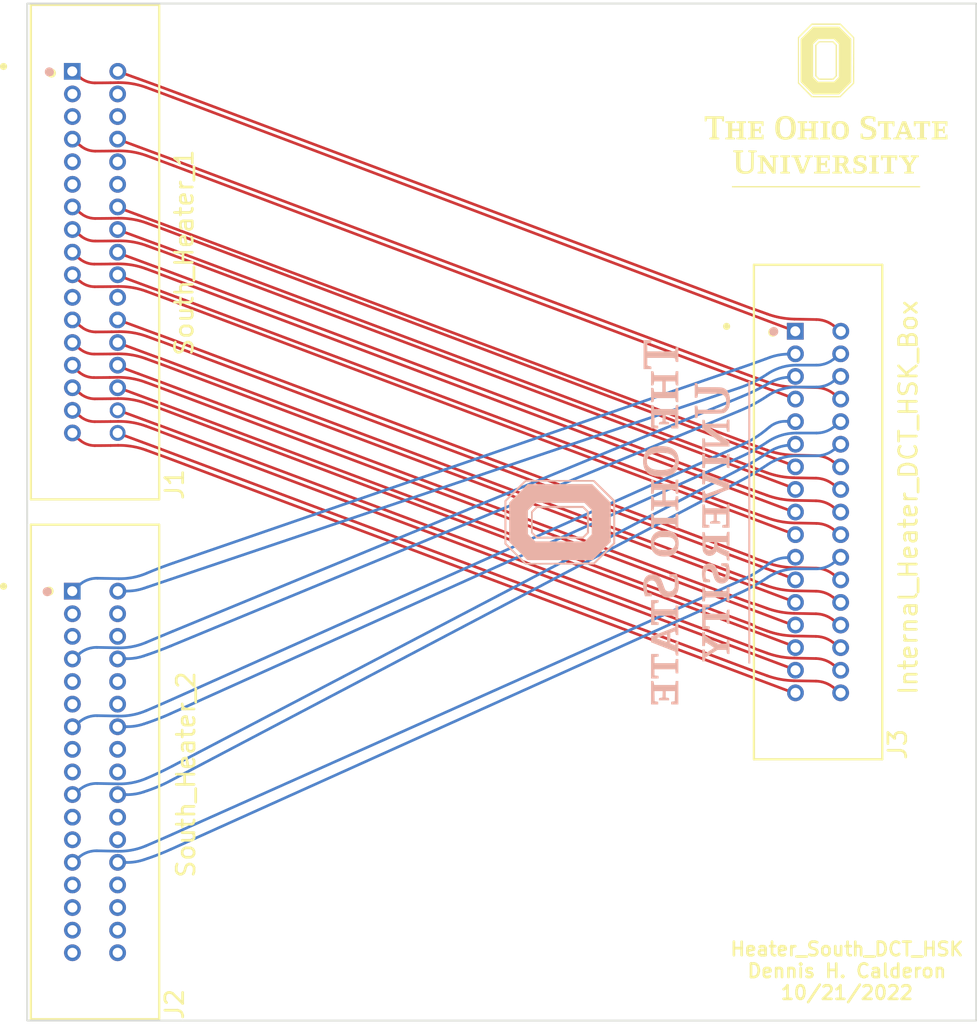
<source format=kicad_pcb>
(kicad_pcb (version 20211014) (generator pcbnew)
  (title_block (company "The Ohio State University"))
  (layers (0 "F.Cu" signal) (31 "B.Cu" signal) (34 "B.Paste" user) (35 "F.Paste" user) (36 "B.SilkS" user "B.Silkscreen") (37 "F.SilkS" user "F.Silkscreen") (38 "B.Mask" user) (39 "F.Mask" user) (44 "Edge.Cuts" user))
  (net 0 "")
  (net 1 "/HB_1")
  (net 2 "/HB_2")
  (net 7 "/HB_7")
  (net 8 "/HB_8")
  (net 13 "/HB_13")
  (net 14 "/HB_14")
  (net 15 "/HB_16")
  (net 16 "/HB_17")
  (net 17 "/HB_18")
  (net 18 "/HB_19")
  (net 19 "/HB_20")
  (net 22 "/HB_23")
  (net 23 "/HB_24")
  (net 24 "/HB_25")
  (net 25 "/HB_26")
  (net 26 "/HB_27")
  (net 27 "/HB_28")
  (net 28 "/HB_29")
  (net 29 "/HB_30")
  (net 30 "/HB_31")
  (net 31 "/HB_32")
  (net 32 "/HB_33")
  (net 33 "/HB_34")
  (net 34 "/HB_3")
  (net 35 "/HB_4")
  (net 40 "/HB_5")
  (net 41 "/HB_6")
  (net 46 "/HB_9")
  (net 47 "/HB_10")
  (net 52 "/HB_11")
  (net 53 "/HB_12")
  (net 58 "/HB_21")
  (net 59 "/HB_22")
  (net 68 "/HB_15")
  (footprint "HELIX:HELIX_DCT_ICDconnector34pin_corrected" (layer "F.Cu") (at 95.25 90.17 -90)
    (fp_text reference "J2" (at 13.0556 -4.4704 90) (layer "F.SilkS"))
    (fp_text value "South_Heater_2" (at 0.15 -5.11 90) (layer "F.SilkS"))
    (pad "1" thru_hole rect (at -10.16 1.28016 270) (size 0.9408 0.9408) (drill 0.56) (layers *.Cu *.Mask) (net 34 "/HB_3"))
    (pad "2" thru_hole circle (at -10.16 -1.28016 270) (size 0.9408 0.9408) (drill 0.56) (layers *.Cu *.Mask) (net 35 "/HB_4"))
    (pad "3" thru_hole circle (at -8.89 1.27 270) (size 0.9408 0.9408) (drill 0.56) (layers *.Cu *.Mask))
    (pad "4" thru_hole circle (at -8.89 -1.27 270) (size 0.9408 0.9408) (drill 0.56) (layers *.Cu *.Mask))
    (pad "5" thru_hole circle (at -7.62 1.27 270) (size 0.9408 0.9408) (drill 0.56) (layers *.Cu *.Mask))
    (pad "6" thru_hole circle (at -7.62 -1.27 270) (size 0.9408 0.9408) (drill 0.56) (layers *.Cu *.Mask))
    (pad "7" thru_hole circle (at -6.35 1.27 270) (size 0.9408 0.9408) (drill 0.56) (layers *.Cu *.Mask) (net 40 "/HB_5"))
    (pad "8" thru_hole circle (at -6.35 -1.27 270) (size 0.9408 0.9408) (drill 0.56) (layers *.Cu *.Mask) (net 41 "/HB_6"))
    (pad "9" thru_hole circle (at -5.08 1.27 270) (size 0.9408 0.9408) (drill 0.56) (layers *.Cu *.Mask))
    (pad "10" thru_hole circle (at -5.08 -1.27 270) (size 0.9408 0.9408) (drill 0.56) (layers *.Cu *.Mask))
    (pad "11" thru_hole circle (at -3.81 1.27 270) (size 0.9408 0.9408) (drill 0.56) (layers *.Cu *.Mask))
    (pad "12" thru_hole circle (at -3.81 -1.27 270) (size 0.9408 0.9408) (drill 0.56) (layers *.Cu *.Mask))
    (pad "13" thru_hole circle (at -2.54 1.27 270) (size 0.9408 0.9408) (drill 0.56) (layers *.Cu *.Mask) (net 46 "/HB_9"))
    (pad "14" thru_hole circle (at -2.54 -1.27 270) (size 0.9408 0.9408) (drill 0.56) (layers *.Cu *.Mask) (net 47 "/HB_10"))
    (pad "15" thru_hole circle (at -1.27 1.27 270) (size 0.9408 0.9408) (drill 0.56) (layers *.Cu *.Mask))
    (pad "16" thru_hole circle (at -1.27 -1.27 270) (size 0.9408 0.9408) (drill 0.56) (layers *.Cu *.Mask))
    (pad "17" thru_hole circle (at 0 1.27 270) (size 0.9408 0.9408) (drill 0.56) (layers *.Cu *.Mask))
    (pad "18" thru_hole circle (at 0 -1.27 270) (size 0.9408 0.9408) (drill 0.56) (layers *.Cu *.Mask))
    (pad "19" thru_hole circle (at 1.27 1.27 270) (size 0.9408 0.9408) (drill 0.56) (layers *.Cu *.Mask) (net 52 "/HB_11"))
    (pad "20" thru_hole circle (at 1.27 -1.27 270) (size 0.9408 0.9408) (drill 0.56) (layers *.Cu *.Mask) (net 53 "/HB_12"))
    (pad "21" thru_hole circle (at 2.54 1.27 270) (size 0.9408 0.9408) (drill 0.56) (layers *.Cu *.Mask))
    (pad "22" thru_hole circle (at 2.54 -1.27 270) (size 0.9408 0.9408) (drill 0.56) (layers *.Cu *.Mask))
    (pad "23" thru_hole circle (at 3.81 1.27 270) (size 0.9408 0.9408) (drill 0.56) (layers *.Cu *.Mask))
    (pad "24" thru_hole circle (at 3.81 -1.27 270) (size 0.9408 0.9408) (drill 0.56) (layers *.Cu *.Mask))
    (pad "25" thru_hole circle (at 5.08 1.27 270) (size 0.9408 0.9408) (drill 0.56) (layers *.Cu *.Mask) (net 58 "/HB_21"))
    (pad "26" thru_hole circle (at 5.08 -1.27 270) (size 0.9408 0.9408) (drill 0.56) (layers *.Cu *.Mask) (net 59 "/HB_22"))
    (pad "27" thru_hole circle (at 6.35 1.27 270) (size 0.9408 0.9408) (drill 0.56) (layers *.Cu *.Mask))
    (pad "28" thru_hole circle (at 6.35 -1.27 270) (size 0.9408 0.9408) (drill 0.56) (layers *.Cu *.Mask))
    (pad "29" thru_hole circle (at 7.62 1.27 270) (size 0.9408 0.9408) (drill 0.56) (layers *.Cu *.Mask))
    (pad "30" thru_hole circle (at 7.62 -1.27 270) (size 0.9408 0.9408) (drill 0.56) (layers *.Cu *.Mask))
    (pad "31" thru_hole circle (at 8.89 1.27 270) (size 0.9408 0.9408) (drill 0.56) (layers *.Cu *.Mask))
    (pad "32" thru_hole circle (at 8.89 -1.27 270) (size 0.9408 0.9408) (drill 0.56) (layers *.Cu *.Mask))
    (pad "33" thru_hole circle (at 10.16 1.27 270) (size 0.9408 0.9408) (drill 0.56) (layers *.Cu *.Mask))
    (pad "34" thru_hole circle (at 10.16 -1.27 270) (size 0.9408 0.9408) (drill 0.56) (layers *.Cu *.Mask))
  )
  (footprint "HELIX:HELIX_DCT_ICDconnector34pin_corrected" (layer "F.Cu") (at 135.89 75.565 -90)
    (fp_text reference "J3" (at 13.0556 -4.4704 90) (layer "F.SilkS"))
    (fp_text value "Internal_Heater_DCT_HSK_Box" (at -0.815 -5.07 90) (layer "F.SilkS"))
    (pad "1" thru_hole rect (at -10.16 1.28016 270) (size 0.9408 0.9408) (drill 0.56) (layers *.Cu *.Mask) (net 1 "/HB_1"))
    (pad "2" thru_hole circle (at -10.16 -1.28016 270) (size 0.9408 0.9408) (drill 0.56) (layers *.Cu *.Mask) (net 2 "/HB_2"))
    (pad "3" thru_hole circle (at -8.89 1.27 270) (size 0.9408 0.9408) (drill 0.56) (layers *.Cu *.Mask) (net 34 "/HB_3"))
    (pad "4" thru_hole circle (at -8.89 -1.27 270) (size 0.9408 0.9408) (drill 0.56) (layers *.Cu *.Mask) (net 35 "/HB_4"))
    (pad "5" thru_hole circle (at -7.62 1.27 270) (size 0.9408 0.9408) (drill 0.56) (layers *.Cu *.Mask) (net 40 "/HB_5"))
    (pad "6" thru_hole circle (at -7.62 -1.27 270) (size 0.9408 0.9408) (drill 0.56) (layers *.Cu *.Mask) (net 41 "/HB_6"))
    (pad "7" thru_hole circle (at -6.35 1.27 270) (size 0.9408 0.9408) (drill 0.56) (layers *.Cu *.Mask) (net 7 "/HB_7"))
    (pad "8" thru_hole circle (at -6.35 -1.27 270) (size 0.9408 0.9408) (drill 0.56) (layers *.Cu *.Mask) (net 8 "/HB_8"))
    (pad "9" thru_hole circle (at -5.08 1.27 270) (size 0.9408 0.9408) (drill 0.56) (layers *.Cu *.Mask) (net 46 "/HB_9"))
    (pad "10" thru_hole circle (at -5.08 -1.27 270) (size 0.9408 0.9408) (drill 0.56) (layers *.Cu *.Mask) (net 47 "/HB_10"))
    (pad "11" thru_hole circle (at -3.81 1.27 270) (size 0.9408 0.9408) (drill 0.56) (layers *.Cu *.Mask) (net 52 "/HB_11"))
    (pad "12" thru_hole circle (at -3.81 -1.27 270) (size 0.9408 0.9408) (drill 0.56) (layers *.Cu *.Mask) (net 53 "/HB_12"))
    (pad "13" thru_hole circle (at -2.54 1.27 270) (size 0.9408 0.9408) (drill 0.56) (layers *.Cu *.Mask) (net 13 "/HB_13"))
    (pad "14" thru_hole circle (at -2.54 -1.27 270) (size 0.9408 0.9408) (drill 0.56) (layers *.Cu *.Mask) (net 14 "/HB_14"))
    (pad "15" thru_hole circle (at -1.27 1.27 270) (size 0.9408 0.9408) (drill 0.56) (layers *.Cu *.Mask) (net 68 "/HB_15"))
    (pad "16" thru_hole circle (at -1.27 -1.27 270) (size 0.9408 0.9408) (drill 0.56) (layers *.Cu *.Mask) (net 15 "/HB_16"))
    (pad "17" thru_hole circle (at 0 1.27 270) (size 0.9408 0.9408) (drill 0.56) (layers *.Cu *.Mask) (net 16 "/HB_17"))
    (pad "18" thru_hole circle (at 0 -1.27 270) (size 0.9408 0.9408) (drill 0.56) (layers *.Cu *.Mask) (net 17 "/HB_18"))
    (pad "19" thru_hole circle (at 1.27 1.27 270) (size 0.9408 0.9408) (drill 0.56) (layers *.Cu *.Mask) (net 18 "/HB_19"))
    (pad "20" thru_hole circle (at 1.27 -1.27 270) (size 0.9408 0.9408) (drill 0.56) (layers *.Cu *.Mask) (net 19 "/HB_20"))
    (pad "21" thru_hole circle (at 2.54 1.27 270) (size 0.9408 0.9408) (drill 0.56) (layers *.Cu *.Mask) (net 58 "/HB_21"))
    (pad "22" thru_hole circle (at 2.54 -1.27 270) (size 0.9408 0.9408) (drill 0.56) (layers *.Cu *.Mask) (net 59 "/HB_22"))
    (pad "23" thru_hole circle (at 3.81 1.27 270) (size 0.9408 0.9408) (drill 0.56) (layers *.Cu *.Mask) (net 22 "/HB_23"))
    (pad "24" thru_hole circle (at 3.81 -1.27 270) (size 0.9408 0.9408) (drill 0.56) (layers *.Cu *.Mask) (net 23 "/HB_24"))
    (pad "25" thru_hole circle (at 5.08 1.27 270) (size 0.9408 0.9408) (drill 0.56) (layers *.Cu *.Mask) (net 24 "/HB_25"))
    (pad "26" thru_hole circle (at 5.08 -1.27 270) (size 0.9408 0.9408) (drill 0.56) (layers *.Cu *.Mask) (net 25 "/HB_26"))
    (pad "27" thru_hole circle (at 6.35 1.27 270) (size 0.9408 0.9408) (drill 0.56) (layers *.Cu *.Mask) (net 26 "/HB_27"))
    (pad "28" thru_hole circle (at 6.35 -1.27 270) (size 0.9408 0.9408) (drill 0.56) (layers *.Cu *.Mask) (net 27 "/HB_28"))
    (pad "29" thru_hole circle (at 7.62 1.27 270) (size 0.9408 0.9408) (drill 0.56) (layers *.Cu *.Mask) (net 28 "/HB_29"))
    (pad "30" thru_hole circle (at 7.62 -1.27 270) (size 0.9408 0.9408) (drill 0.56) (layers *.Cu *.Mask) (net 29 "/HB_30"))
    (pad "31" thru_hole circle (at 8.89 1.27 270) (size 0.9408 0.9408) (drill 0.56) (layers *.Cu *.Mask) (net 30 "/HB_31"))
    (pad "32" thru_hole circle (at 8.89 -1.27 270) (size 0.9408 0.9408) (drill 0.56) (layers *.Cu *.Mask) (net 31 "/HB_32"))
    (pad "33" thru_hole circle (at 10.16 1.27 270) (size 0.9408 0.9408) (drill 0.56) (layers *.Cu *.Mask) (net 32 "/HB_33"))
    (pad "34" thru_hole circle (at 10.16 -1.27 270) (size 0.9408 0.9408) (drill 0.56) (layers *.Cu *.Mask) (net 33 "/HB_34"))
  )
  (footprint "LOGO" (layer "F.Cu") (at 136.34 52.71)
    (fp_text reference "G***" hide)
    (fp_text value "LOGO" hide)
  )
  (footprint "HELIX:HELIX_DCT_ICDconnector34pin_corrected" (layer "F.Cu") (at 95.25 60.96 -90)
    (fp_text reference "J1" (at 13.0556 -4.4704 90) (layer "F.SilkS"))
    (fp_text value "South_Heater_1" (at 0.03 -5.01 90) (layer "F.SilkS"))
    (pad "1" thru_hole rect (at -10.16 1.28016 270) (size 0.9408 0.9408) (drill 0.56) (layers *.Cu *.Mask) (net 1 "/HB_1"))
    (pad "2" thru_hole circle (at -10.16 -1.28016 270) (size 0.9408 0.9408) (drill 0.56) (layers *.Cu *.Mask) (net 2 "/HB_2"))
    (pad "3" thru_hole circle (at -8.89 1.27 270) (size 0.9408 0.9408) (drill 0.56) (layers *.Cu *.Mask))
    (pad "4" thru_hole circle (at -8.89 -1.27 270) (size 0.9408 0.9408) (drill 0.56) (layers *.Cu *.Mask))
    (pad "5" thru_hole circle (at -7.62 1.27 270) (size 0.9408 0.9408) (drill 0.56) (layers *.Cu *.Mask))
    (pad "6" thru_hole circle (at -7.62 -1.27 270) (size 0.9408 0.9408) (drill 0.56) (layers *.Cu *.Mask))
    (pad "7" thru_hole circle (at -6.35 1.27 270) (size 0.9408 0.9408) (drill 0.56) (layers *.Cu *.Mask) (net 7 "/HB_7"))
    (pad "8" thru_hole circle (at -6.35 -1.27 270) (size 0.9408 0.9408) (drill 0.56) (layers *.Cu *.Mask) (net 8 "/HB_8"))
    (pad "9" thru_hole circle (at -5.08 1.27 270) (size 0.9408 0.9408) (drill 0.56) (layers *.Cu *.Mask))
    (pad "10" thru_hole circle (at -5.08 -1.27 270) (size 0.9408 0.9408) (drill 0.56) (layers *.Cu *.Mask))
    (pad "11" thru_hole circle (at -3.81 1.27 270) (size 0.9408 0.9408) (drill 0.56) (layers *.Cu *.Mask))
    (pad "12" thru_hole circle (at -3.81 -1.27 270) (size 0.9408 0.9408) (drill 0.56) (layers *.Cu *.Mask))
    (pad "13" thru_hole circle (at -2.54 1.27 270) (size 0.9408 0.9408) (drill 0.56) (layers *.Cu *.Mask) (net 13 "/HB_13"))
    (pad "14" thru_hole circle (at -2.54 -1.27 270) (size 0.9408 0.9408) (drill 0.56) (layers *.Cu *.Mask) (net 14 "/HB_14"))
    (pad "15" thru_hole circle (at -1.27 1.27 270) (size 0.9408 0.9408) (drill 0.56) (layers *.Cu *.Mask) (net 68 "/HB_15"))
    (pad "16" thru_hole circle (at -1.27 -1.27 270) (size 0.9408 0.9408) (drill 0.56) (layers *.Cu *.Mask) (net 15 "/HB_16"))
    (pad "17" thru_hole circle (at 0 1.27 270) (size 0.9408 0.9408) (drill 0.56) (layers *.Cu *.Mask) (net 16 "/HB_17"))
    (pad "18" thru_hole circle (at 0 -1.27 270) (size 0.9408 0.9408) (drill 0.56) (layers *.Cu *.Mask) (net 17 "/HB_18"))
    (pad "19" thru_hole circle (at 1.27 1.27 270) (size 0.9408 0.9408) (drill 0.56) (layers *.Cu *.Mask) (net 18 "/HB_19"))
    (pad "20" thru_hole circle (at 1.27 -1.27 270) (size 0.9408 0.9408) (drill 0.56) (layers *.Cu *.Mask) (net 19 "/HB_20"))
    (pad "21" thru_hole circle (at 2.54 1.27 270) (size 0.9408 0.9408) (drill 0.56) (layers *.Cu *.Mask))
    (pad "22" thru_hole circle (at 2.54 -1.27 270) (size 0.9408 0.9408) (drill 0.56) (layers *.Cu *.Mask))
    (pad "23" thru_hole circle (at 3.81 1.27 270) (size 0.9408 0.9408) (drill 0.56) (layers *.Cu *.Mask) (net 22 "/HB_23"))
    (pad "24" thru_hole circle (at 3.81 -1.27 270) (size 0.9408 0.9408) (drill 0.56) (layers *.Cu *.Mask) (net 23 "/HB_24"))
    (pad "25" thru_hole circle (at 5.08 1.27 270) (size 0.9408 0.9408) (drill 0.56) (layers *.Cu *.Mask) (net 24 "/HB_25"))
    (pad "26" thru_hole circle (at 5.08 -1.27 270) (size 0.9408 0.9408) (drill 0.56) (layers *.Cu *.Mask) (net 25 "/HB_26"))
    (pad "27" thru_hole circle (at 6.35 1.27 270) (size 0.9408 0.9408) (drill 0.56) (layers *.Cu *.Mask) (net 26 "/HB_27"))
    (pad "28" thru_hole circle (at 6.35 -1.27 270) (size 0.9408 0.9408) (drill 0.56) (layers *.Cu *.Mask) (net 27 "/HB_28"))
    (pad "29" thru_hole circle (at 7.62 1.27 270) (size 0.9408 0.9408) (drill 0.56) (layers *.Cu *.Mask) (net 28 "/HB_29"))
    (pad "30" thru_hole circle (at 7.62 -1.27 270) (size 0.9408 0.9408) (drill 0.56) (layers *.Cu *.Mask) (net 29 "/HB_30"))
    (pad "31" thru_hole circle (at 8.89 1.27 270) (size 0.9408 0.9408) (drill 0.56) (layers *.Cu *.Mask) (net 30 "/HB_31"))
    (pad "32" thru_hole circle (at 8.89 -1.27 270) (size 0.89 0.89) (drill 0.56) (layers *.Cu *.Mask) (net 31 "/HB_32"))
    (pad "33" thru_hole circle (at 10.16 1.27 270) (size 0.9408 0.9408) (drill 0.56) (layers *.Cu *.Mask) (net 32 "/HB_33"))
    (pad "34" thru_hole circle (at 10.16 -1.27 270) (size 0.89 0.89) (drill 0.56) (layers *.Cu *.Mask) (net 33 "/HB_34"))
  )
  (footprint "LOGO" (layer "B.Cu") (at 125.160868 76.139841 -90)
    (fp_text reference "G***" hide)
    (fp_text value "LOGO" hide)
  )
  (gr_circle (center 133.4 65.42) (end 133.400001 65.42) (layer "B.SilkS") (width 0.254) (fill none))
  (gr_circle (center 92.680001 50.83) (end 92.680002 50.83) (layer "B.SilkS") (width 0.254) (fill none))
  (gr_circle (center 92.560001 80.04) (end 92.560002 80.04) (layer "B.SilkS") (width 0.254) (fill none))
  (gr_circle (center 92.8 50.9) (end 92.800001 50.9) (layer "F.SilkS") (width 0.254) (fill none))
  (gr_circle (center 133.339999 65.46) (end 133.34 65.46) (layer "F.SilkS") (width 0.254) (fill none))
  (gr_circle (center 92.669999 80.01) (end 92.67 80.01) (layer "F.SilkS") (width 0.254) (fill none))
  (gr_rect (start 91.44 46.99) (end 144.78 104.14) (layer "Edge.Cuts") (width 0.1) (fill none))
  (gr_text "Heater_South_DCT_HSK\nDennis H. Calderon\n10/21/2022" (at 137.51 101.35) (layer "F.SilkS") (effects (font (size 0.762 0.762))))
  (segment (start 99.64195 52.26656) (end 134.60984 65.405) (width 0.1524) (layer "F.Cu") (net 1))
  (segment (start 96.126248 51.440965) (end 96.546684 51.434595) (width 0.1524) (layer "F.Cu") (net 1))
  (segment (start 94.442523 51.174046) (end 93.98 50.8127) (width 0.1524) (layer "F.Cu") (net 1))
  (arc (start 96.126248 51.440965) (mid 95.681786 51.446016) (end 95.2373 51.4477) (width 0.1524) (layer "F.Cu") (net 1))
  (arc (start 94.442523 51.174046) (mid 94.817015 51.37737) (end 95.2373 51.4477) (width 0.1524) (layer "F.Cu") (net 1))
  (arc (start 98.1202 51.7017) (mid 97.345716 51.495839) (end 96.546684 51.434595) (width 0.1524) (layer "F.Cu") (net 1))
  (arc (start 98.1202 51.7017) (mid 98.881637 51.982615) (end 99.64195 52.26656) (width 0.1524) (layer "F.Cu") (net 1))
  (segment (start 97.69348 51.2191) (end 96.53016 50.8) (width 0.1524) (layer "F.Cu") (net 2))
  (segment (start 134.565038 64.722164) (end 135.796118 64.746786) (width 0.1524) (layer "F.Cu") (net 2))
  (segment (start 136.7409 65.0748) (end 137.16 65.3923) (width 0.1524) (layer "F.Cu") (net 2))
  (segment (start 100.014544 52.072464) (end 132.3086 64.1858) (width 0.1524) (layer "F.Cu") (net 2))
  (segment (start 133.0452 64.4398) (end 132.3086 64.1731) (width 0.1524) (layer "F.Cu") (net 2))
  (arc (start 135.796118 64.746786) (mid 136.294486 64.835971) (end 136.7409 65.0748) (width 0.1524) (layer "F.Cu") (net 2))
  (arc (start 133.0452 64.4398) (mid 133.793537 64.643318) (end 134.565038 64.722164) (width 0.1524) (layer "F.Cu") (net 2))
  (arc (start 97.69348 51.2191) (mid 98.855405 51.641991) (end 100.014544 52.072464) (width 0.1524) (layer "F.Cu") (net 2))
  (segment (start 94.467923 55.009446) (end 94.0054 54.6481) (width 0.1524) (layer "F.Cu") (net 7))
  (segment (start 99.667488 56.101593) (end 134.62 69.215) (width 0.1524) (layer "F.Cu") (net 7))
  (segment (start 96.151648 55.276365) (end 96.572084 55.269995) (width 0.1524) (layer "F.Cu") (net 7))
  (arc (start 98.1456 55.5371) (mid 97.371116 55.331239) (end 96.572084 55.269995) (width 0.1524) (layer "F.Cu") (net 7))
  (arc (start 98.1456 55.5371) (mid 98.907071 55.817923) (end 99.667488 56.101593) (width 0.1524) (layer "F.Cu") (net 7))
  (arc (start 96.151648 55.276365) (mid 95.707186 55.281416) (end 95.2627 55.2831) (width 0.1524) (layer "F.Cu") (net 7))
  (arc (start 94.467923 55.009446) (mid 94.842415 55.21277) (end 95.2627 55.2831) (width 0.1524) (layer "F.Cu") (net 7))
  (segment (start 131.574923 67.721158) (end 100.02338 55.910292) (width 0.1524) (layer "F.Cu") (net 8))
  (segment (start 136.7409 68.8975) (end 137.16 69.215) (width 0.1524) (layer "F.Cu") (net 8))
  (segment (start 97.6884 55.0418) (end 96.52 54.61) (width 0.1524) (layer "F.Cu") (net 8))
  (segment (start 134.565038 68.544864) (end 135.796118 68.569486) (width 0.1524) (layer "F.Cu") (net 8))
  (arc (start 135.796118 68.569486) (mid 136.294486 68.658671) (end 136.7409 68.8975) (width 0.1524) (layer "F.Cu") (net 8))
  (arc (start 133.0452 68.2625) (mid 133.793537 68.466018) (end 134.565038 68.544864) (width 0.1524) (layer "F.Cu") (net 8))
  (arc (start 97.6884 55.0418) (mid 98.856344 55.474823) (end 100.02338 55.910292) (width 0.1524) (layer "F.Cu") (net 8))
  (arc (start 131.574923 67.721158) (mid 132.30933 67.993814) (end 133.0452 68.2625) (width 0.1524) (layer "F.Cu") (net 8))
  (segment (start 98.8822 59.5884) (end 134.5946 72.9869) (width 0.1524) (layer "F.Cu") (net 13))
  (segment (start 96.151648 59.060965) (end 96.572084 59.054595) (width 0.1524) (layer "F.Cu") (net 13))
  (segment (start 98.1456 59.3217) (end 98.9076 59.6011) (width 0.1524) (layer "F.Cu") (net 13))
  (segment (start 94.467923 58.794046) (end 94.0054 58.4327) (width 0.1524) (layer "F.Cu") (net 13))
  (arc (start 98.1456 59.3217) (mid 97.371116 59.115839) (end 96.572084 59.054595) (width 0.1524) (layer "F.Cu") (net 13))
  (arc (start 96.151648 59.060965) (mid 95.707186 59.066016) (end 95.2627 59.0677) (width 0.1524) (layer "F.Cu") (net 13))
  (arc (start 94.467923 58.794046) (mid 94.842415 58.99737) (end 95.2627 59.0677) (width 0.1524) (layer "F.Cu") (net 13))
  (segment (start 133.0198 72.0852) (end 132.2832 71.8185) (width 0.1524) (layer "F.Cu") (net 14))
  (segment (start 134.539638 72.367564) (end 135.770718 72.392186) (width 0.1524) (layer "F.Cu") (net 14))
  (segment (start 97.6884 58.8772) (end 96.52 58.4454) (width 0.1524) (layer "F.Cu") (net 14))
  (segment (start 100.02338 59.745692) (end 132.3086 71.8312) (width 0.1524) (layer "F.Cu") (net 14))
  (segment (start 136.7155 72.7202) (end 137.1346 73.0377) (width 0.1524) (layer "F.Cu") (net 14))
  (arc (start 97.6884 58.8772) (mid 98.856344 59.310223) (end 100.02338 59.745692) (width 0.1524) (layer "F.Cu") (net 14))
  (arc (start 135.770718 72.392186) (mid 136.269086 72.481371) (end 136.7155 72.7202) (width 0.1524) (layer "F.Cu") (net 14))
  (arc (start 133.0198 72.0852) (mid 133.768137 72.288718) (end 134.539638 72.367564) (width 0.1524) (layer "F.Cu") (net 14))
  (segment (start 133.0198 73.3552) (end 132.2832 73.0885) (width 0.1524) (layer "F.Cu") (net 15))
  (segment (start 96.5708 59.7154) (end 98.9076 60.579) (width 0.1524) (layer "F.Cu") (net 15))
  (segment (start 136.7155 73.9902) (end 137.1346 74.3077) (width 0.1524) (layer "F.Cu") (net 15))
  (segment (start 98.8568 60.5536) (end 132.3086 73.0758) (width 0.1524) (layer "F.Cu") (net 15))
  (segment (start 134.539638 73.637564) (end 135.770718 73.662186) (width 0.1524) (layer "F.Cu") (net 15))
  (arc (start 135.770718 73.662186) (mid 136.269086 73.751371) (end 136.7155 73.9902) (width 0.1524) (layer "F.Cu") (net 15))
  (arc (start 133.0198 73.3552) (mid 133.768137 73.558718) (end 134.539638 73.637564) (width 0.1524) (layer "F.Cu") (net 15))
  (segment (start 98.0948 61.8871) (end 98.8568 62.1665) (width 0.1524) (layer "F.Cu") (net 16))
  (segment (start 98.8568 62.1792) (end 134.5692 75.5777) (width 0.1524) (layer "F.Cu") (net 16))
  (segment (start 96.100848 61.626365) (end 96.521284 61.619995) (width 0.1524) (layer "F.Cu") (net 16))
  (segment (start 94.417123 61.359446) (end 93.9546 60.9981) (width 0.1524) (layer "F.Cu") (net 16))
  (arc (start 94.417123 61.359446) (mid 94.791615 61.56277) (end 95.2119 61.6331) (width 0.1524) (layer "F.Cu") (net 16))
  (arc (start 96.100848 61.626365) (mid 95.656386 61.631416) (end 95.2119 61.6331) (width 0.1524) (layer "F.Cu") (net 16))
  (arc (start 98.0948 61.8871) (mid 97.320316 61.681239) (end 96.521284 61.619995) (width 0.1524) (layer "F.Cu") (net 16))
  (segment (start 134.539638 74.907564) (end 135.770718 74.932186) (width 0.1524) (layer "F.Cu") (net 17))
  (segment (start 136.7155 75.2602) (end 137.1346 75.5777) (width 0.1524) (layer "F.Cu") (net 17))
  (segment (start 96.5708 61.0108) (end 98.9076 61.8744) (width 0.1524) (layer "F.Cu") (net 17))
  (segment (start 133.0198 74.6252) (end 132.2832 74.3585) (width 0.1524) (layer "F.Cu") (net 17))
  (segment (start 98.8568 61.849) (end 132.3086 74.3712) (width 0.1524) (layer "F.Cu") (net 17))
  (arc (start 135.770718 74.932186) (mid 136.269086 75.021371) (end 136.7155 75.2602) (width 0.1524) (layer "F.Cu") (net 17))
  (arc (start 133.0198 74.6252) (mid 133.768137 74.828718) (end 134.539638 74.907564) (width 0.1524) (layer "F.Cu") (net 17))
  (segment (start 98.8568 63.4238) (end 134.5692 76.8223) (width 0.1524) (layer "F.Cu") (net 18))
  (segment (start 96.126248 62.896365) (end 96.546684 62.889995) (width 0.1524) (layer "F.Cu") (net 18))
  (segment (start 94.442523 62.629446) (end 93.98 62.2681) (width 0.1524) (layer "F.Cu") (net 18))
  (segment (start 98.1202 63.1571) (end 98.8822 63.4365) (width 0.1524) (layer "F.Cu") (net 18))
  (arc (start 98.1202 63.1571) (mid 97.345716 62.951239) (end 96.546684 62.889995) (width 0.1524) (layer "F.Cu") (net 18))
  (arc (start 94.442523 62.629446) (mid 94.817015 62.83277) (end 95.2373 62.9031) (width 0.1524) (layer "F.Cu") (net 18))
  (arc (start 96.126248 62.896365) (mid 95.681786 62.901416) (end 95.2373 62.9031) (width 0.1524) (layer "F.Cu") (net 18))
  (segment (start 136.7409 76.5302) (end 137.16 76.8477) (width 0.1524) (layer "F.Cu") (net 19))
  (segment (start 133.0452 75.8952) (end 132.3086 75.6285) (width 0.1524) (layer "F.Cu") (net 19))
  (segment (start 134.565038 76.177564) (end 135.796118 76.202186) (width 0.1524) (layer "F.Cu") (net 19))
  (segment (start 96.5708 62.2808) (end 98.9076 63.1444) (width 0.1524) (layer "F.Cu") (net 19))
  (segment (start 98.8568 63.119) (end 132.3086 75.6412) (width 0.1524) (layer "F.Cu") (net 19))
  (arc (start 133.0452 75.8952) (mid 133.793537 76.098718) (end 134.565038 76.177564) (width 0.1524) (layer "F.Cu") (net 19))
  (arc (start 135.796118 76.202186) (mid 136.294486 76.291371) (end 136.7409 76.5302) (width 0.1524) (layer "F.Cu") (net 19))
  (segment (start 94.493323 65.169446) (end 94.0308 64.8081) (width 0.1524) (layer "F.Cu") (net 22))
  (segment (start 98.171 65.6971) (end 98.933 65.9765) (width 0.1524) (layer "F.Cu") (net 22))
  (segment (start 96.597484 65.429995) (end 96.177048 65.436365) (width 0.1524) (layer "F.Cu") (net 22))
  (segment (start 98.8568 65.9384) (end 134.5692 79.3369) (width 0.1524) (layer "F.Cu") (net 22))
  (arc (start 98.171 65.6971) (mid 97.396516 65.491239) (end 96.597484 65.429995) (width 0.1524) (layer "F.Cu") (net 22))
  (arc (start 94.493323 65.169446) (mid 94.867815 65.37277) (end 95.2881 65.4431) (width 0.1524) (layer "F.Cu") (net 22))
  (arc (start 96.177048 65.436365) (mid 95.732586 65.441416) (end 95.2881 65.4431) (width 0.1524) (layer "F.Cu") (net 22))
  (segment (start 136.7155 79.0448) (end 137.1346 79.3623) (width 0.1524) (layer "F.Cu") (net 23))
  (segment (start 134.539638 78.692164) (end 135.770718 78.716786) (width 0.1524) (layer "F.Cu") (net 23))
  (segment (start 133.0198 78.4098) (end 132.2832 78.1431) (width 0.1524) (layer "F.Cu") (net 23))
  (segment (start 96.5708 64.77) (end 98.9076 65.6336) (width 0.1524) (layer "F.Cu") (net 23))
  (segment (start 98.8568 65.6082) (end 132.3086 78.1304) (width 0.1524) (layer "F.Cu") (net 23))
  (arc (start 135.770718 78.716786) (mid 136.269086 78.805971) (end 136.7155 79.0448) (width 0.1524) (layer "F.Cu") (net 23))
  (arc (start 133.0198 78.4098) (mid 133.768137 78.613318) (end 134.539638 78.692164) (width 0.1524) (layer "F.Cu") (net 23))
  (segment (start 98.0948 66.9417) (end 98.8568 67.2211) (width 0.1524) (layer "F.Cu") (net 24))
  (segment (start 96.100848 66.680965) (end 96.521284 66.674595) (width 0.1524) (layer "F.Cu") (net 24))
  (segment (start 94.417123 66.414046) (end 93.9546 66.0527) (width 0.1524) (layer "F.Cu") (net 24))
  (segment (start 98.8314 67.2084) (end 134.5438 80.6069) (width 0.1524) (layer "F.Cu") (net 24))
  (arc (start 94.417123 66.414046) (mid 94.791615 66.61737) (end 95.2119 66.6877) (width 0.1524) (layer "F.Cu") (net 24))
  (arc (start 98.0948 66.9417) (mid 97.320316 66.735839) (end 96.521284 66.674595) (width 0.1524) (layer "F.Cu") (net 24))
  (arc (start 96.100848 66.680965) (mid 95.656386 66.686016) (end 95.2119 66.6877) (width 0.1524) (layer "F.Cu") (net 24))
  (segment (start 136.7155 80.3402) (end 137.1346 80.6577) (width 0.1524) (layer "F.Cu") (net 25))
  (segment (start 98.8568 66.9036) (end 132.3086 79.4258) (width 0.1524) (layer "F.Cu") (net 25))
  (segment (start 133.0198 79.7052) (end 132.2832 79.4385) (width 0.1524) (layer "F.Cu") (net 25))
  (segment (start 96.5708 66.0654) (end 98.9076 66.929) (width 0.1524) (layer "F.Cu") (net 25))
  (segment (start 134.539638 79.987564) (end 135.770718 80.012186) (width 0.1524) (layer "F.Cu") (net 25))
  (arc (start 135.770718 80.012186) (mid 136.269086 80.101371) (end 136.7155 80.3402) (width 0.1524) (layer "F.Cu") (net 25))
  (arc (start 133.0198 79.7052) (mid 133.768137 79.908718) (end 134.539638 79.987564) (width 0.1524) (layer "F.Cu") (net 25))
  (segment (start 98.0694 68.2625) (end 98.8314 68.5419) (width 0.1524) (layer "F.Cu") (net 26))
  (segment (start 98.8568 68.5546) (end 134.5692 81.9531) (width 0.1524) (layer "F.Cu") (net 26))
  (segment (start 96.495884 67.995395) (end 96.075448 68.001765) (width 0.1524) (layer "F.Cu") (net 26))
  (segment (start 94.391723 67.734846) (end 93.9292 67.3735) (width 0.1524) (layer "F.Cu") (net 26))
  (arc (start 98.0694 68.2625) (mid 97.294916 68.056639) (end 96.495884 67.995395) (width 0.1524) (layer "F.Cu") (net 26))
  (arc (start 94.391723 67.734846) (mid 94.766215 67.93817) (end 95.1865 68.0085) (width 0.1524) (layer "F.Cu") (net 26))
  (arc (start 96.075448 68.001765) (mid 95.630986 68.006816) (end 95.1865 68.0085) (width 0.1524) (layer "F.Cu") (net 26))
  (segment (start 133.0198 80.9752) (end 132.2832 80.7085) (width 0.1524) (layer "F.Cu") (net 27))
  (segment (start 97.6884 67.7926) (end 96.52 67.3608) (width 0.1524) (layer "F.Cu") (net 27))
  (segment (start 100.02338 68.661092) (end 132.3086 80.7466) (width 0.1524) (layer "F.Cu") (net 27))
  (segment (start 136.7155 81.6102) (end 137.1346 81.9277) (width 0.1524) (layer "F.Cu") (net 27))
  (segment (start 134.539638 81.257564) (end 135.770718 81.282186) (width 0.1524) (layer "F.Cu") (net 27))
  (arc (start 133.0198 80.9752) (mid 133.768137 81.178718) (end 134.539638 81.257564) (width 0.1524) (layer "F.Cu") (net 27))
  (arc (start 97.6884 67.7926) (mid 98.856344 68.225623) (end 100.02338 68.661092) (width 0.1524) (layer "F.Cu") (net 27))
  (arc (start 135.770718 81.282186) (mid 136.269086 81.371371) (end 136.7155 81.6102) (width 0.1524) (layer "F.Cu") (net 27))
  (segment (start 98.1202 69.4563) (end 98.8822 69.7357) (width 0.1524) (layer "F.Cu") (net 28))
  (segment (start 96.126248 69.195565) (end 96.546684 69.189195) (width 0.1524) (layer "F.Cu") (net 28))
  (segment (start 94.442523 68.928646) (end 93.98 68.5673) (width 0.1524) (layer "F.Cu") (net 28))
  (segment (start 98.8568 69.723) (end 134.5692 83.1215) (width 0.1524) (layer "F.Cu") (net 28))
  (arc (start 94.442523 68.928646) (mid 94.817015 69.13197) (end 95.2373 69.2023) (width 0.1524) (layer "F.Cu") (net 28))
  (arc (start 96.126248 69.195565) (mid 95.681786 69.200616) (end 95.2373 69.2023) (width 0.1524) (layer "F.Cu") (net 28))
  (arc (start 98.1202 69.4563) (mid 97.345716 69.250439) (end 96.546684 69.189195) (width 0.1524) (layer "F.Cu") (net 28))
  (segment (start 98.8568 69.4182) (end 132.3086 81.9404) (width 0.1524) (layer "F.Cu") (net 29))
  (segment (start 136.7155 82.8802) (end 137.1346 83.1977) (width 0.1524) (layer "F.Cu") (net 29))
  (segment (start 96.5708 68.58) (end 98.9076 69.4436) (width 0.1524) (layer "F.Cu") (net 29))
  (segment (start 133.0198 82.2452) (end 132.2832 81.9785) (width 0.1524) (layer "F.Cu") (net 29))
  (segment (start 134.539638 82.527564) (end 135.770718 82.552186) (width 0.1524) (layer "F.Cu") (net 29))
  (arc (start 133.0198 82.2452) (mid 133.768137 82.448718) (end 134.539638 82.527564) (width 0.1524) (layer "F.Cu") (net 29))
  (arc (start 135.770718 82.552186) (mid 136.269086 82.641371) (end 136.7155 82.8802) (width 0.1524) (layer "F.Cu") (net 29))
  (segment (start 98.1202 70.739) (end 98.8822 71.0184) (width 0.1524) (layer "F.Cu") (net 30))
  (segment (start 96.126248 70.478265) (end 96.546684 70.471895) (width 0.1524) (layer "F.Cu") (net 30))
  (segment (start 94.442523 70.211346) (end 93.98 69.85) (width 0.1524) (layer "F.Cu") (net 30))
  (segment (start 98.8568 71.0184) (end 134.5692 84.4169) (width 0.1524) (layer "F.Cu") (net 30))
  (arc (start 96.126248 70.478265) (mid 95.681786 70.483316) (end 95.2373 70.485) (width 0.1524) (layer "F.Cu") (net 30))
  (arc (start 98.1202 70.739) (mid 97.345716 70.533139) (end 96.546684 70.471895) (width 0.1524) (layer "F.Cu") (net 30))
  (arc (start 94.442523 70.211346) (mid 94.817015 70.41467) (end 95.2373 70.485) (width 0.1524) (layer "F.Cu") (net 30))
  (segment (start 98.8568 70.6882) (end 132.3086 83.2104) (width 0.1524) (layer "F.Cu") (net 31))
  (segment (start 133.0198 83.4898) (end 132.2832 83.2231) (width 0.1524) (layer "F.Cu") (net 31))
  (segment (start 96.5708 69.85) (end 98.9076 70.7136) (width 0.1524) (layer "F.Cu") (net 31))
  (segment (start 134.539638 83.772164) (end 135.770718 83.796786) (width 0.1524) (layer "F.Cu") (net 31))
  (segment (start 136.7155 84.1248) (end 137.1346 84.4423) (width 0.1524) (layer "F.Cu") (net 31))
  (arc (start 133.0198 83.4898) (mid 133.768137 83.693318) (end 134.539638 83.772164) (width 0.1524) (layer "F.Cu") (net 31))
  (arc (start 135.770718 83.796786) (mid 136.269086 83.885971) (end 136.7155 84.1248) (width 0.1524) (layer "F.Cu") (net 31))
  (segment (start 98.8314 72.3392) (end 134.5438 85.7377) (width 0.1524) (layer "F.Cu") (net 32))
  (segment (start 96.126248 71.824465) (end 96.546684 71.818095) (width 0.1524) (layer "F.Cu") (net 32))
  (segment (start 98.1202 72.0852) (end 98.8822 72.3646) (width 0.1524) (layer "F.Cu") (net 32))
  (segment (start 94.442523 71.557546) (end 93.98 71.1962) (width 0.1524) (layer "F.Cu") (net 32))
  (arc (start 96.126248 71.824465) (mid 95.681786 71.829516) (end 95.2373 71.8312) (width 0.1524) (layer "F.Cu") (net 32))
  (arc (start 94.442523 71.557546) (mid 94.817015 71.76087) (end 95.2373 71.8312) (width 0.1524) (layer "F.Cu") (net 32))
  (arc (start 98.1202 72.0852) (mid 97.345716 71.879339) (end 96.546684 71.818095) (width 0.1524) (layer "F.Cu") (net 32))
  (segment (start 98.8314 71.9836) (end 132.2832 84.5058) (width 0.1524) (layer "F.Cu") (net 33))
  (segment (start 96.5708 71.1454) (end 98.9076 72.009) (width 0.1524) (layer "F.Cu") (net 33))
  (segment (start 136.7155 85.3948) (end 137.1346 85.7123) (width 0.1524) (layer "F.Cu") (net 33))
  (segment (start 134.539638 85.042164) (end 135.770718 85.066786) (width 0.1524) (layer "F.Cu") (net 33))
  (segment (start 133.0198 84.7598) (end 132.2832 84.4931) (width 0.1524) (layer "F.Cu") (net 33))
  (arc (start 135.770718 85.066786) (mid 136.269086 85.155971) (end 136.7155 85.3948) (width 0.1524) (layer "F.Cu") (net 33))
  (arc (start 133.0198 84.7598) (mid 133.768137 84.963318) (end 134.539638 85.042164) (width 0.1524) (layer "F.Cu") (net 33))
  (segment (start 133.165001 66.88061) (end 132.935 66.965) (width 0.1524) (layer "B.Cu") (net 34))
  (segment (start 96.582671 79.307927) (end 95.389744 79.284068) (width 0.1524) (layer "B.Cu") (net 34))
  (segment (start 99.664443 78.424512) (end 131.539948 67.460785) (width 0.1524) (layer "B.Cu") (net 34))
  (segment (start 134.125 66.6925) (end 134.62 66.675) (width 0.1524) (layer "B.Cu") (net 34))
  (segment (start 94.4372 79.6036) (end 94.0181 79.9338) (width 0.1524) (layer "B.Cu") (net 34))
  (arc (start 132.935 66.965) (mid 132.238736 67.216446) (end 131.539948 67.460785) (width 0.1524) (layer "B.Cu") (net 34))
  (arc (start 99.664443 78.424512) (mid 98.899962 78.702406) (end 98.1456 79.0067) (width 0.1524) (layer "B.Cu") (net 34))
  (arc (start 96.582671 79.307927) (mid 97.380038 79.239826) (end 98.1456 79.0067) (width 0.1524) (layer "B.Cu") (net 34))
  (arc (start 134.125 66.6925) (mid 133.637547 66.748517) (end 133.165001 66.88061) (width 0.1524) (layer "B.Cu") (net 34))
  (arc (start 95.389744 79.284068) (mid 94.885746 79.361183) (end 94.4372 79.6036) (width 0.1524) (layer "B.Cu") (net 34))
  (segment (start 136.7409 66.9925) (end 137.16 66.675) (width 0.1524) (layer "B.Cu") (net 35))
  (segment (start 97.015 80.005) (end 96.51 80) (width 0.1524) (layer "B.Cu") (net 35))
  (segment (start 99.515368 79.336091) (end 98.184999 79.784999) (width 0.1524) (layer "B.Cu") (net 35))
  (segment (start 134.669438 67.31) (end 135.796013 67.31) (width 0.1524) (layer "B.Cu") (net 35))
  (segment (start 99.515368 79.336091) (end 131.467319 68.583705) (width 0.1524) (layer "B.Cu") (net 35))
  (segment (start 98.184999 79.784999) (end 97.998384 79.84814) (width 0.1524) (layer "B.Cu") (net 35))
  (arc (start 136.7409 66.9925) (mid 136.294415 67.228502) (end 135.796013 67.31) (width 0.1524) (layer "B.Cu") (net 35))
  (arc (start 133.0452 67.8053) (mid 132.282312 68.247313) (end 131.467319 68.583705) (width 0.1524) (layer "B.Cu") (net 35))
  (arc (start 97.015 80.005) (mid 97.513298 79.967988) (end 97.998384 79.84814) (width 0.1524) (layer "B.Cu") (net 35))
  (arc (start 134.669438 67.31) (mid 133.820398 67.436577) (end 133.0452 67.8053) (width 0.1524) (layer "B.Cu") (net 35))
  (segment (start 94.4118 83.4898) (end 93.9927 83.82) (width 0.1524) (layer "B.Cu") (net 40))
  (segment (start 99.621823 82.265132) (end 131.630837 69.064219) (width 0.1524) (layer "B.Cu") (net 40))
  (segment (start 134.12 67.9975) (end 134.62 67.945) (width 0.1524) (layer "B.Cu") (net 40))
  (segment (start 132.969999 68.414999) (end 133.181636 68.296157) (width 0.1524) (layer "B.Cu") (net 40))
  (segment (start 95.364344 83.170268) (end 96.557271 83.194127) (width 0.1524) (layer "B.Cu") (net 40))
  (arc (start 95.364344 83.170268) (mid 94.860346 83.247383) (end 94.4118 83.4898) (width 0.1524) (layer "B.Cu") (net 40))
  (arc (start 132.969999 68.414999) (mid 132.3102 68.759786) (end 131.630837 69.064219) (width 0.1524) (layer "B.Cu") (net 40))
  (arc (start 96.557271 83.194127) (mid 97.354638 83.126026) (end 98.1202 82.8929) (width 0.1524) (layer "B.Cu") (net 40))
  (arc (start 134.12 67.9975) (mid 133.635569 68.098919) (end 133.181636 68.296157) (width 0.1524) (layer "B.Cu") (net 40))
  (arc (start 99.621823 82.265132) (mid 98.870255 82.577208) (end 98.1202 82.8929) (width 0.1524) (layer "B.Cu") (net 40))
  (segment (start 99.498809 83.091865) (end 131.488256 69.871524) (width 0.1524) (layer "B.Cu") (net 41))
  (segment (start 97.015 83.805) (end 96.51 83.8) (width 0.1524) (layer "B.Cu") (net 41))
  (segment (start 136.7409 68.2244) (end 137.16 67.9069) (width 0.1524) (layer "B.Cu") (net 41))
  (segment (start 134.669438 68.5419) (end 135.796013 68.5419) (width 0.1524) (layer "B.Cu") (net 41))
  (segment (start 98.184999 83.584999) (end 97.998384 83.64814) (width 0.1524) (layer "B.Cu") (net 41))
  (arc (start 136.7409 68.2244) (mid 136.294415 68.460402) (end 135.796013 68.5419) (width 0.1524) (layer "B.Cu") (net 41))
  (arc (start 97.015 83.805) (mid 97.513298 83.767988) (end 97.998384 83.64814) (width 0.1524) (layer "B.Cu") (net 41))
  (arc (start 134.669438 68.5419) (mid 133.820398 68.668477) (end 133.0452 69.0372) (width 0.1524) (layer "B.Cu") (net 41))
  (arc (start 99.498809 83.091865) (mid 98.84595 83.349213) (end 98.184999 83.584999) (width 0.1524) (layer "B.Cu") (net 41))
  (arc (start 133.0452 69.0372) (mid 132.287611 69.493333) (end 131.488256 69.871524) (width 0.1524) (layer "B.Cu") (net 41))
  (segment (start 133.163743 70.782997) (end 132.96 70.95) (width 0.1524) (layer "B.Cu") (net 46))
  (segment (start 95.364344 87.005668) (end 96.557271 87.029527) (width 0.1524) (layer "B.Cu") (net 46))
  (segment (start 94.4118 87.3252) (end 93.9927 87.6554) (width 0.1524) (layer "B.Cu") (net 46))
  (segment (start 134.095 70.4675) (end 134.62 70.485) (width 0.1524) (layer "B.Cu") (net 46))
  (segment (start 131.629891 71.771781) (end 99.612487 86.078795) (width 0.1524) (layer "B.Cu") (net 46))
  (arc (start 132.96 70.95) (mid 132.32235 71.405247) (end 131.629891 71.771781) (width 0.1524) (layer "B.Cu") (net 46))
  (arc (start 99.612487 86.078795) (mid 98.867921 86.407173) (end 98.1202 86.7283) (width 0.1524) (layer "B.Cu") (net 46))
  (arc (start 95.364344 87.005668) (mid 94.860346 87.082783) (end 94.4118 87.3252) (width 0.1524) (layer "B.Cu") (net 46))
  (arc (start 96.557271 87.029527) (mid 97.354638 86.961426) (end 98.1202 86.7283) (width 0.1524) (layer "B.Cu") (net 46))
  (arc (start 134.095 70.4675) (mid 133.600668 70.540525) (end 133.163743 70.782997) (width 0.1524) (layer "B.Cu") (net 46))
  (segment (start 98.008384 87.46814) (end 98.195 87.405) (width 0.1524) (layer "B.Cu") (net 47))
  (segment (start 97.025 87.625) (end 96.52 87.62) (width 0.1524) (layer "B.Cu") (net 47))
  (segment (start 131.50404 72.47977) (end 99.500122 86.89174) (width 0.1524) (layer "B.Cu") (net 47))
  (segment (start 136.7457 70.8072) (end 137.1648 70.4897) (width 0.1524) (layer "B.Cu") (net 47))
  (segment (start 135.800813 71.1247) (end 134.674238 71.1247) (width 0.1524) (layer "B.Cu") (net 47))
  (arc (start 133.05 71.62) (mid 132.295177 72.082534) (end 131.50404 72.47977) (width 0.1524) (layer "B.Cu") (net 47))
  (arc (start 97.025 87.625) (mid 97.523298 87.587988) (end 98.008384 87.46814) (width 0.1524) (layer "B.Cu") (net 47))
  (arc (start 134.674238 71.1247) (mid 133.825198 71.251277) (end 133.05 71.62) (width 0.1524) (layer "B.Cu") (net 47))
  (arc (start 99.500122 86.89174) (mid 98.853776 87.164175) (end 98.195 87.405) (width 0.1524) (layer "B.Cu") (net 47))
  (arc (start 136.7457 70.8072) (mid 136.299215 71.043202) (end 135.800813 71.1247) (width 0.1524) (layer "B.Cu") (net 47))
  (segment (start 99.590601 89.843613) (end 131.568285 73.117045) (width 0.1524) (layer "B.Cu") (net 52))
  (segment (start 94.4118 91.1352) (end 93.9927 91.4654) (width 0.1524) (layer "B.Cu") (net 52))
  (segment (start 134.11 71.8225) (end 134.62 71.755) (width 0.1524) (layer "B.Cu") (net 52))
  (segment (start 95.364344 90.815668) (end 96.557271 90.839527) (width 0.1524) (layer "B.Cu") (net 52))
  (segment (start 132.934999 72.319999) (end 133.167998 72.169339) (width 0.1524) (layer "B.Cu") (net 52))
  (arc (start 96.557271 90.839527) (mid 97.354638 90.771426) (end 98.1202 90.5383) (width 0.1524) (layer "B.Cu") (net 52))
  (arc (start 95.364344 90.815668) (mid 94.860346 90.892783) (end 94.4118 91.1352) (width 0.1524) (layer "B.Cu") (net 52))
  (arc (start 134.11 71.8225) (mid 133.619739 71.943612) (end 133.167998 72.169339) (width 0.1524) (layer "B.Cu") (net 52))
  (arc (start 132.934999 72.319999) (mid 132.260816 72.734252) (end 131.568285 73.117045) (width 0.1524) (layer "B.Cu") (net 52))
  (arc (start 99.590601 89.843613) (mid 98.862447 90.205872) (end 98.1202 90.5383) (width 0.1524) (layer "B.Cu") (net 52))
  (segment (start 135.800813 72.4047) (end 134.674238 72.4047) (width 0.1524) (layer "B.Cu") (net 53))
  (segment (start 136.7457 72.0872) (end 137.1648 71.7697) (width 0.1524) (layer "B.Cu") (net 53))
  (segment (start 97.015 91.445) (end 96.51 91.44) (width 0.1524) (layer "B.Cu") (net 53))
  (segment (start 97.998384 91.28814) (end 98.185 91.225) (width 0.1524) (layer "B.Cu") (net 53))
  (segment (start 131.527839 73.808574) (end 99.471299 90.673141) (width 0.1524) (layer "B.Cu") (net 53))
  (arc (start 133.05 72.9) (mid 132.30115 73.374778) (end 131.527839 73.808574) (width 0.1524) (layer "B.Cu") (net 53))
  (arc (start 134.674238 72.4047) (mid 133.825198 72.531277) (end 133.05 72.9) (width 0.1524) (layer "B.Cu") (net 53))
  (arc (start 99.471299 90.673141) (mid 98.839057 90.974495) (end 98.185 91.225) (width 0.1524) (layer "B.Cu") (net 53))
  (arc (start 97.015 91.445) (mid 97.513298 91.407988) (end 97.998384 91.28814) (width 0.1524) (layer "B.Cu") (net 53))
  (arc (start 136.7457 72.0872) (mid 136.299215 72.323202) (end 135.800813 72.4047) (width 0.1524) (layer "B.Cu") (net 53))
  (segment (start 134.09 78.1275) (end 134.62 78.105) (width 0.1524) (layer "B.Cu") (net 58))
  (segment (start 95.351644 94.600268) (end 96.544571 94.624127) (width 0.1524) (layer "B.Cu") (net 58))
  (segment (start 99.599887 93.67362) (end 131.63145 79.371894) (width 0.1524) (layer "B.Cu") (net 58))
  (segment (start 94.3991 94.9198) (end 93.98 95.25) (width 0.1524) (layer "B.Cu") (net 58))
  (segment (start 132.944999 78.604999) (end 133.133546 78.465505) (width 0.1524) (layer "B.Cu") (net 58))
  (arc (start 132.944999 78.604999) (mid 132.30905 79.024117) (end 131.63145 79.371894) (width 0.1524) (layer "B.Cu") (net 58))
  (arc (start 96.544571 94.624127) (mid 97.341938 94.556026) (end 98.1075 94.3229) (width 0.1524) (layer "B.Cu") (net 58))
  (arc (start 134.09 78.1275) (mid 133.586466 78.224893) (end 133.133546 78.465505) (width 0.1524) (layer "B.Cu") (net 58))
  (arc (start 95.351644 94.600268) (mid 94.847646 94.677383) (end 94.3991 94.9198) (width 0.1524) (layer "B.Cu") (net 58))
  (arc (start 99.599887 93.67362) (mid 98.855246 94.001829) (end 98.1075 94.3229) (width 0.1524) (layer "B.Cu") (net 58))
  (segment (start 99.50009 94.521669) (end 131.494081 80.10986) (width 0.1524) (layer "B.Cu") (net 59))
  (segment (start 136.7357 78.4372) (end 137.1548 78.1197) (width 0.1524) (layer "B.Cu") (net 59))
  (segment (start 98.194999 95.034999) (end 98.008384 95.09814) (width 0.1524) (layer "B.Cu") (net 59))
  (segment (start 97.025 95.255) (end 96.52 95.25) (width 0.1524) (layer "B.Cu") (net 59))
  (segment (start 134.664238 78.7547) (end 135.790813 78.7547) (width 0.1524) (layer "B.Cu") (net 59))
  (arc (start 97.025 95.255) (mid 97.523298 95.217988) (end 98.008384 95.09814) (width 0.1524) (layer "B.Cu") (net 59))
  (arc (start 133.04 79.25) (mid 132.285187 79.712556) (end 131.494081 80.10986) (width 0.1524) (layer "B.Cu") (net 59))
  (arc (start 99.50009 94.521669) (mid 98.853768 94.794157) (end 98.194999 95.034999) (width 0.1524) (layer "B.Cu") (net 59))
  (arc (start 134.664238 78.7547) (mid 133.815198 78.881277) (end 133.04 79.25) (width 0.1524) (layer "B.Cu") (net 59))
  (arc (start 136.7357 78.4372) (mid 136.289215 78.673202) (end 135.790813 78.7547) (width 0.1524) (layer "B.Cu") (net 59))
  (segment (start 94.467923 60.064046) (end 94.0054 59.7027) (width 0.1524) (layer "F.Cu") (net 68))
  (segment (start 98.1456 60.5917) (end 98.9076 60.8711) (width 0.1524) (layer "F.Cu") (net 68))
  (segment (start 98.8314 60.833) (end 134.5438 74.2315) (width 0.1524) (layer "F.Cu") (net 68))
  (segment (start 96.151648 60.330965) (end 96.572084 60.324595) (width 0.1524) (layer "F.Cu") (net 68))
  (arc (start 94.467923 60.064046) (mid 94.842415 60.26737) (end 95.2627 60.3377) (width 0.1524) (layer "F.Cu") (net 68))
  (arc (start 96.151648 60.330965) (mid 95.707186 60.336016) (end 95.2627 60.3377) (width 0.1524) (layer "F.Cu") (net 68))
  (arc (start 98.1456 60.5917) (mid 97.371116 60.385839) (end 96.572084 60.324595) (width 0.1524) (layer "F.Cu") (net 68))
)
</source>
